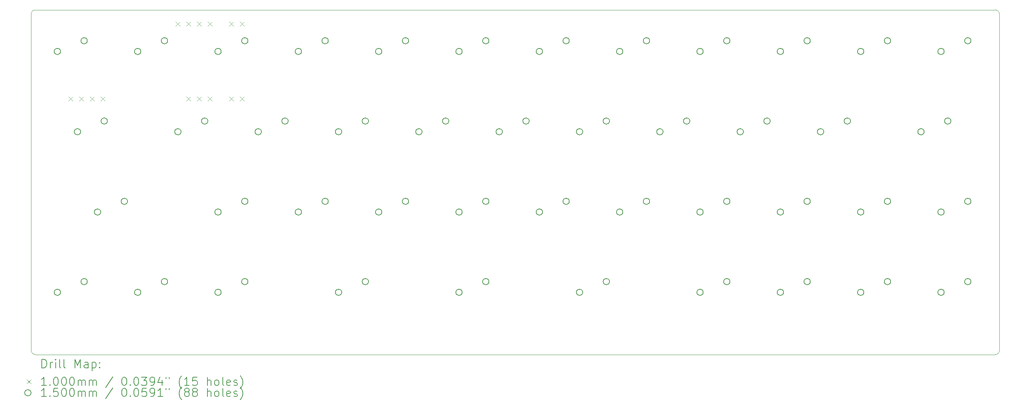
<source format=gbr>
%FSLAX45Y45*%
G04 Gerber Fmt 4.5, Leading zero omitted, Abs format (unit mm)*
G04 Created by KiCad (PCBNEW (6.0.2-0)) date 2022-06-21 21:39:33*
%MOMM*%
%LPD*%
G01*
G04 APERTURE LIST*
%TA.AperFunction,Profile*%
%ADD10C,0.050000*%
%TD*%
%ADD11C,0.200000*%
%ADD12C,0.100000*%
%ADD13C,0.150000*%
G04 APERTURE END LIST*
D10*
X9728200Y-11353800D02*
X9728200Y-19329400D01*
X9829800Y-11252200D02*
G75*
G03*
X9728200Y-11353800I0J-101600D01*
G01*
X32689800Y-11353800D02*
G75*
G03*
X32588200Y-11252200I-101600J0D01*
G01*
X9829800Y-11252200D02*
X32588200Y-11252200D01*
X32689800Y-11353800D02*
X32689800Y-19329400D01*
X32588200Y-19431000D02*
X9829800Y-19431000D01*
X32588200Y-19431000D02*
G75*
G03*
X32689800Y-19329400I0J101600D01*
G01*
X9728200Y-19329400D02*
G75*
G03*
X9829800Y-19431000I101600J0D01*
G01*
D11*
D12*
X10618000Y-13310400D02*
X10718000Y-13410400D01*
X10718000Y-13310400D02*
X10618000Y-13410400D01*
X10872000Y-13310400D02*
X10972000Y-13410400D01*
X10972000Y-13310400D02*
X10872000Y-13410400D01*
X11126000Y-13310400D02*
X11226000Y-13410400D01*
X11226000Y-13310400D02*
X11126000Y-13410400D01*
X11380000Y-13310400D02*
X11480000Y-13410400D01*
X11480000Y-13310400D02*
X11380000Y-13410400D01*
X13158000Y-11532400D02*
X13258000Y-11632400D01*
X13258000Y-11532400D02*
X13158000Y-11632400D01*
X13412000Y-11532400D02*
X13512000Y-11632400D01*
X13512000Y-11532400D02*
X13412000Y-11632400D01*
X13412000Y-13310400D02*
X13512000Y-13410400D01*
X13512000Y-13310400D02*
X13412000Y-13410400D01*
X13666000Y-11532400D02*
X13766000Y-11632400D01*
X13766000Y-11532400D02*
X13666000Y-11632400D01*
X13666000Y-13310400D02*
X13766000Y-13410400D01*
X13766000Y-13310400D02*
X13666000Y-13410400D01*
X13920000Y-11532400D02*
X14020000Y-11632400D01*
X14020000Y-11532400D02*
X13920000Y-11632400D01*
X13920000Y-13310400D02*
X14020000Y-13410400D01*
X14020000Y-13310400D02*
X13920000Y-13410400D01*
X14428000Y-11532400D02*
X14528000Y-11632400D01*
X14528000Y-11532400D02*
X14428000Y-11632400D01*
X14428000Y-13310400D02*
X14528000Y-13410400D01*
X14528000Y-13310400D02*
X14428000Y-13410400D01*
X14682000Y-11532400D02*
X14782000Y-11632400D01*
X14782000Y-11532400D02*
X14682000Y-11632400D01*
X14682000Y-13310400D02*
X14782000Y-13410400D01*
X14782000Y-13310400D02*
X14682000Y-13410400D01*
D13*
X10425500Y-12238000D02*
G75*
G03*
X10425500Y-12238000I-75000J0D01*
G01*
X10425500Y-17953000D02*
G75*
G03*
X10425500Y-17953000I-75000J0D01*
G01*
X10901750Y-14143000D02*
G75*
G03*
X10901750Y-14143000I-75000J0D01*
G01*
X11060500Y-11984000D02*
G75*
G03*
X11060500Y-11984000I-75000J0D01*
G01*
X11060500Y-17699000D02*
G75*
G03*
X11060500Y-17699000I-75000J0D01*
G01*
X11378000Y-16048000D02*
G75*
G03*
X11378000Y-16048000I-75000J0D01*
G01*
X11536750Y-13889000D02*
G75*
G03*
X11536750Y-13889000I-75000J0D01*
G01*
X12013000Y-15794000D02*
G75*
G03*
X12013000Y-15794000I-75000J0D01*
G01*
X12330500Y-12238000D02*
G75*
G03*
X12330500Y-12238000I-75000J0D01*
G01*
X12330500Y-17953000D02*
G75*
G03*
X12330500Y-17953000I-75000J0D01*
G01*
X12965500Y-11984000D02*
G75*
G03*
X12965500Y-11984000I-75000J0D01*
G01*
X12965500Y-17699000D02*
G75*
G03*
X12965500Y-17699000I-75000J0D01*
G01*
X13283000Y-14143000D02*
G75*
G03*
X13283000Y-14143000I-75000J0D01*
G01*
X13918000Y-13889000D02*
G75*
G03*
X13918000Y-13889000I-75000J0D01*
G01*
X14235500Y-12238000D02*
G75*
G03*
X14235500Y-12238000I-75000J0D01*
G01*
X14235500Y-16048000D02*
G75*
G03*
X14235500Y-16048000I-75000J0D01*
G01*
X14235500Y-17953000D02*
G75*
G03*
X14235500Y-17953000I-75000J0D01*
G01*
X14870500Y-11984000D02*
G75*
G03*
X14870500Y-11984000I-75000J0D01*
G01*
X14870500Y-15794000D02*
G75*
G03*
X14870500Y-15794000I-75000J0D01*
G01*
X14870500Y-17699000D02*
G75*
G03*
X14870500Y-17699000I-75000J0D01*
G01*
X15188000Y-14143000D02*
G75*
G03*
X15188000Y-14143000I-75000J0D01*
G01*
X15823000Y-13889000D02*
G75*
G03*
X15823000Y-13889000I-75000J0D01*
G01*
X16140500Y-12238000D02*
G75*
G03*
X16140500Y-12238000I-75000J0D01*
G01*
X16140500Y-16048000D02*
G75*
G03*
X16140500Y-16048000I-75000J0D01*
G01*
X16775500Y-11984000D02*
G75*
G03*
X16775500Y-11984000I-75000J0D01*
G01*
X16775500Y-15794000D02*
G75*
G03*
X16775500Y-15794000I-75000J0D01*
G01*
X17093000Y-14143000D02*
G75*
G03*
X17093000Y-14143000I-75000J0D01*
G01*
X17093000Y-17953000D02*
G75*
G03*
X17093000Y-17953000I-75000J0D01*
G01*
X17728000Y-13889000D02*
G75*
G03*
X17728000Y-13889000I-75000J0D01*
G01*
X17728000Y-17699000D02*
G75*
G03*
X17728000Y-17699000I-75000J0D01*
G01*
X18045500Y-12238000D02*
G75*
G03*
X18045500Y-12238000I-75000J0D01*
G01*
X18045500Y-16048000D02*
G75*
G03*
X18045500Y-16048000I-75000J0D01*
G01*
X18680500Y-11984000D02*
G75*
G03*
X18680500Y-11984000I-75000J0D01*
G01*
X18680500Y-15794000D02*
G75*
G03*
X18680500Y-15794000I-75000J0D01*
G01*
X18998000Y-14143000D02*
G75*
G03*
X18998000Y-14143000I-75000J0D01*
G01*
X19633000Y-13889000D02*
G75*
G03*
X19633000Y-13889000I-75000J0D01*
G01*
X19950500Y-12238000D02*
G75*
G03*
X19950500Y-12238000I-75000J0D01*
G01*
X19950500Y-16048000D02*
G75*
G03*
X19950500Y-16048000I-75000J0D01*
G01*
X19950500Y-17953000D02*
G75*
G03*
X19950500Y-17953000I-75000J0D01*
G01*
X20585500Y-11984000D02*
G75*
G03*
X20585500Y-11984000I-75000J0D01*
G01*
X20585500Y-15794000D02*
G75*
G03*
X20585500Y-15794000I-75000J0D01*
G01*
X20585500Y-17699000D02*
G75*
G03*
X20585500Y-17699000I-75000J0D01*
G01*
X20903000Y-14143000D02*
G75*
G03*
X20903000Y-14143000I-75000J0D01*
G01*
X21538000Y-13889000D02*
G75*
G03*
X21538000Y-13889000I-75000J0D01*
G01*
X21855500Y-12238000D02*
G75*
G03*
X21855500Y-12238000I-75000J0D01*
G01*
X21855500Y-16048000D02*
G75*
G03*
X21855500Y-16048000I-75000J0D01*
G01*
X22490500Y-11984000D02*
G75*
G03*
X22490500Y-11984000I-75000J0D01*
G01*
X22490500Y-15794000D02*
G75*
G03*
X22490500Y-15794000I-75000J0D01*
G01*
X22808000Y-14143000D02*
G75*
G03*
X22808000Y-14143000I-75000J0D01*
G01*
X22808000Y-17953000D02*
G75*
G03*
X22808000Y-17953000I-75000J0D01*
G01*
X23443000Y-13889000D02*
G75*
G03*
X23443000Y-13889000I-75000J0D01*
G01*
X23443000Y-17699000D02*
G75*
G03*
X23443000Y-17699000I-75000J0D01*
G01*
X23760500Y-12238000D02*
G75*
G03*
X23760500Y-12238000I-75000J0D01*
G01*
X23760500Y-16048000D02*
G75*
G03*
X23760500Y-16048000I-75000J0D01*
G01*
X24395500Y-11984000D02*
G75*
G03*
X24395500Y-11984000I-75000J0D01*
G01*
X24395500Y-15794000D02*
G75*
G03*
X24395500Y-15794000I-75000J0D01*
G01*
X24713000Y-14143000D02*
G75*
G03*
X24713000Y-14143000I-75000J0D01*
G01*
X25348000Y-13889000D02*
G75*
G03*
X25348000Y-13889000I-75000J0D01*
G01*
X25665500Y-12238000D02*
G75*
G03*
X25665500Y-12238000I-75000J0D01*
G01*
X25665500Y-16048000D02*
G75*
G03*
X25665500Y-16048000I-75000J0D01*
G01*
X25665500Y-17953000D02*
G75*
G03*
X25665500Y-17953000I-75000J0D01*
G01*
X26300500Y-11984000D02*
G75*
G03*
X26300500Y-11984000I-75000J0D01*
G01*
X26300500Y-15794000D02*
G75*
G03*
X26300500Y-15794000I-75000J0D01*
G01*
X26300500Y-17699000D02*
G75*
G03*
X26300500Y-17699000I-75000J0D01*
G01*
X26618000Y-14143000D02*
G75*
G03*
X26618000Y-14143000I-75000J0D01*
G01*
X27253000Y-13889000D02*
G75*
G03*
X27253000Y-13889000I-75000J0D01*
G01*
X27570500Y-12238000D02*
G75*
G03*
X27570500Y-12238000I-75000J0D01*
G01*
X27570500Y-16048000D02*
G75*
G03*
X27570500Y-16048000I-75000J0D01*
G01*
X27570500Y-17953000D02*
G75*
G03*
X27570500Y-17953000I-75000J0D01*
G01*
X28205500Y-11984000D02*
G75*
G03*
X28205500Y-11984000I-75000J0D01*
G01*
X28205500Y-15794000D02*
G75*
G03*
X28205500Y-15794000I-75000J0D01*
G01*
X28205500Y-17699000D02*
G75*
G03*
X28205500Y-17699000I-75000J0D01*
G01*
X28523000Y-14143000D02*
G75*
G03*
X28523000Y-14143000I-75000J0D01*
G01*
X29158000Y-13889000D02*
G75*
G03*
X29158000Y-13889000I-75000J0D01*
G01*
X29475500Y-12238000D02*
G75*
G03*
X29475500Y-12238000I-75000J0D01*
G01*
X29475500Y-16048000D02*
G75*
G03*
X29475500Y-16048000I-75000J0D01*
G01*
X29475500Y-17953000D02*
G75*
G03*
X29475500Y-17953000I-75000J0D01*
G01*
X30110500Y-11984000D02*
G75*
G03*
X30110500Y-11984000I-75000J0D01*
G01*
X30110500Y-15794000D02*
G75*
G03*
X30110500Y-15794000I-75000J0D01*
G01*
X30110500Y-17699000D02*
G75*
G03*
X30110500Y-17699000I-75000J0D01*
G01*
X30904250Y-14143000D02*
G75*
G03*
X30904250Y-14143000I-75000J0D01*
G01*
X31380500Y-12238000D02*
G75*
G03*
X31380500Y-12238000I-75000J0D01*
G01*
X31380500Y-16048000D02*
G75*
G03*
X31380500Y-16048000I-75000J0D01*
G01*
X31380500Y-17953000D02*
G75*
G03*
X31380500Y-17953000I-75000J0D01*
G01*
X31539250Y-13889000D02*
G75*
G03*
X31539250Y-13889000I-75000J0D01*
G01*
X32015500Y-11984000D02*
G75*
G03*
X32015500Y-11984000I-75000J0D01*
G01*
X32015500Y-15794000D02*
G75*
G03*
X32015500Y-15794000I-75000J0D01*
G01*
X32015500Y-17699000D02*
G75*
G03*
X32015500Y-17699000I-75000J0D01*
G01*
D11*
X9983319Y-19743976D02*
X9983319Y-19543976D01*
X10030938Y-19543976D01*
X10059510Y-19553500D01*
X10078557Y-19572548D01*
X10088081Y-19591595D01*
X10097605Y-19629690D01*
X10097605Y-19658262D01*
X10088081Y-19696357D01*
X10078557Y-19715405D01*
X10059510Y-19734452D01*
X10030938Y-19743976D01*
X9983319Y-19743976D01*
X10183319Y-19743976D02*
X10183319Y-19610643D01*
X10183319Y-19648738D02*
X10192843Y-19629690D01*
X10202367Y-19620167D01*
X10221414Y-19610643D01*
X10240462Y-19610643D01*
X10307129Y-19743976D02*
X10307129Y-19610643D01*
X10307129Y-19543976D02*
X10297605Y-19553500D01*
X10307129Y-19563024D01*
X10316652Y-19553500D01*
X10307129Y-19543976D01*
X10307129Y-19563024D01*
X10430938Y-19743976D02*
X10411890Y-19734452D01*
X10402367Y-19715405D01*
X10402367Y-19543976D01*
X10535700Y-19743976D02*
X10516652Y-19734452D01*
X10507129Y-19715405D01*
X10507129Y-19543976D01*
X10764271Y-19743976D02*
X10764271Y-19543976D01*
X10830938Y-19686833D01*
X10897605Y-19543976D01*
X10897605Y-19743976D01*
X11078557Y-19743976D02*
X11078557Y-19639214D01*
X11069033Y-19620167D01*
X11049986Y-19610643D01*
X11011890Y-19610643D01*
X10992843Y-19620167D01*
X11078557Y-19734452D02*
X11059510Y-19743976D01*
X11011890Y-19743976D01*
X10992843Y-19734452D01*
X10983319Y-19715405D01*
X10983319Y-19696357D01*
X10992843Y-19677310D01*
X11011890Y-19667786D01*
X11059510Y-19667786D01*
X11078557Y-19658262D01*
X11173795Y-19610643D02*
X11173795Y-19810643D01*
X11173795Y-19620167D02*
X11192843Y-19610643D01*
X11230938Y-19610643D01*
X11249986Y-19620167D01*
X11259509Y-19629690D01*
X11269033Y-19648738D01*
X11269033Y-19705881D01*
X11259509Y-19724929D01*
X11249986Y-19734452D01*
X11230938Y-19743976D01*
X11192843Y-19743976D01*
X11173795Y-19734452D01*
X11354748Y-19724929D02*
X11364271Y-19734452D01*
X11354748Y-19743976D01*
X11345224Y-19734452D01*
X11354748Y-19724929D01*
X11354748Y-19743976D01*
X11354748Y-19620167D02*
X11364271Y-19629690D01*
X11354748Y-19639214D01*
X11345224Y-19629690D01*
X11354748Y-19620167D01*
X11354748Y-19639214D01*
D12*
X9625700Y-20023500D02*
X9725700Y-20123500D01*
X9725700Y-20023500D02*
X9625700Y-20123500D01*
D11*
X10088081Y-20163976D02*
X9973795Y-20163976D01*
X10030938Y-20163976D02*
X10030938Y-19963976D01*
X10011890Y-19992548D01*
X9992843Y-20011595D01*
X9973795Y-20021119D01*
X10173795Y-20144929D02*
X10183319Y-20154452D01*
X10173795Y-20163976D01*
X10164271Y-20154452D01*
X10173795Y-20144929D01*
X10173795Y-20163976D01*
X10307129Y-19963976D02*
X10326176Y-19963976D01*
X10345224Y-19973500D01*
X10354748Y-19983024D01*
X10364271Y-20002071D01*
X10373795Y-20040167D01*
X10373795Y-20087786D01*
X10364271Y-20125881D01*
X10354748Y-20144929D01*
X10345224Y-20154452D01*
X10326176Y-20163976D01*
X10307129Y-20163976D01*
X10288081Y-20154452D01*
X10278557Y-20144929D01*
X10269033Y-20125881D01*
X10259510Y-20087786D01*
X10259510Y-20040167D01*
X10269033Y-20002071D01*
X10278557Y-19983024D01*
X10288081Y-19973500D01*
X10307129Y-19963976D01*
X10497605Y-19963976D02*
X10516652Y-19963976D01*
X10535700Y-19973500D01*
X10545224Y-19983024D01*
X10554748Y-20002071D01*
X10564271Y-20040167D01*
X10564271Y-20087786D01*
X10554748Y-20125881D01*
X10545224Y-20144929D01*
X10535700Y-20154452D01*
X10516652Y-20163976D01*
X10497605Y-20163976D01*
X10478557Y-20154452D01*
X10469033Y-20144929D01*
X10459510Y-20125881D01*
X10449986Y-20087786D01*
X10449986Y-20040167D01*
X10459510Y-20002071D01*
X10469033Y-19983024D01*
X10478557Y-19973500D01*
X10497605Y-19963976D01*
X10688081Y-19963976D02*
X10707129Y-19963976D01*
X10726176Y-19973500D01*
X10735700Y-19983024D01*
X10745224Y-20002071D01*
X10754748Y-20040167D01*
X10754748Y-20087786D01*
X10745224Y-20125881D01*
X10735700Y-20144929D01*
X10726176Y-20154452D01*
X10707129Y-20163976D01*
X10688081Y-20163976D01*
X10669033Y-20154452D01*
X10659510Y-20144929D01*
X10649986Y-20125881D01*
X10640462Y-20087786D01*
X10640462Y-20040167D01*
X10649986Y-20002071D01*
X10659510Y-19983024D01*
X10669033Y-19973500D01*
X10688081Y-19963976D01*
X10840462Y-20163976D02*
X10840462Y-20030643D01*
X10840462Y-20049690D02*
X10849986Y-20040167D01*
X10869033Y-20030643D01*
X10897605Y-20030643D01*
X10916652Y-20040167D01*
X10926176Y-20059214D01*
X10926176Y-20163976D01*
X10926176Y-20059214D02*
X10935700Y-20040167D01*
X10954748Y-20030643D01*
X10983319Y-20030643D01*
X11002367Y-20040167D01*
X11011890Y-20059214D01*
X11011890Y-20163976D01*
X11107129Y-20163976D02*
X11107129Y-20030643D01*
X11107129Y-20049690D02*
X11116652Y-20040167D01*
X11135700Y-20030643D01*
X11164271Y-20030643D01*
X11183319Y-20040167D01*
X11192843Y-20059214D01*
X11192843Y-20163976D01*
X11192843Y-20059214D02*
X11202367Y-20040167D01*
X11221414Y-20030643D01*
X11249986Y-20030643D01*
X11269033Y-20040167D01*
X11278557Y-20059214D01*
X11278557Y-20163976D01*
X11669033Y-19954452D02*
X11497605Y-20211595D01*
X11926176Y-19963976D02*
X11945224Y-19963976D01*
X11964271Y-19973500D01*
X11973795Y-19983024D01*
X11983319Y-20002071D01*
X11992843Y-20040167D01*
X11992843Y-20087786D01*
X11983319Y-20125881D01*
X11973795Y-20144929D01*
X11964271Y-20154452D01*
X11945224Y-20163976D01*
X11926176Y-20163976D01*
X11907128Y-20154452D01*
X11897605Y-20144929D01*
X11888081Y-20125881D01*
X11878557Y-20087786D01*
X11878557Y-20040167D01*
X11888081Y-20002071D01*
X11897605Y-19983024D01*
X11907128Y-19973500D01*
X11926176Y-19963976D01*
X12078557Y-20144929D02*
X12088081Y-20154452D01*
X12078557Y-20163976D01*
X12069033Y-20154452D01*
X12078557Y-20144929D01*
X12078557Y-20163976D01*
X12211890Y-19963976D02*
X12230938Y-19963976D01*
X12249986Y-19973500D01*
X12259509Y-19983024D01*
X12269033Y-20002071D01*
X12278557Y-20040167D01*
X12278557Y-20087786D01*
X12269033Y-20125881D01*
X12259509Y-20144929D01*
X12249986Y-20154452D01*
X12230938Y-20163976D01*
X12211890Y-20163976D01*
X12192843Y-20154452D01*
X12183319Y-20144929D01*
X12173795Y-20125881D01*
X12164271Y-20087786D01*
X12164271Y-20040167D01*
X12173795Y-20002071D01*
X12183319Y-19983024D01*
X12192843Y-19973500D01*
X12211890Y-19963976D01*
X12345224Y-19963976D02*
X12469033Y-19963976D01*
X12402367Y-20040167D01*
X12430938Y-20040167D01*
X12449986Y-20049690D01*
X12459509Y-20059214D01*
X12469033Y-20078262D01*
X12469033Y-20125881D01*
X12459509Y-20144929D01*
X12449986Y-20154452D01*
X12430938Y-20163976D01*
X12373795Y-20163976D01*
X12354748Y-20154452D01*
X12345224Y-20144929D01*
X12564271Y-20163976D02*
X12602367Y-20163976D01*
X12621414Y-20154452D01*
X12630938Y-20144929D01*
X12649986Y-20116357D01*
X12659509Y-20078262D01*
X12659509Y-20002071D01*
X12649986Y-19983024D01*
X12640462Y-19973500D01*
X12621414Y-19963976D01*
X12583319Y-19963976D01*
X12564271Y-19973500D01*
X12554748Y-19983024D01*
X12545224Y-20002071D01*
X12545224Y-20049690D01*
X12554748Y-20068738D01*
X12564271Y-20078262D01*
X12583319Y-20087786D01*
X12621414Y-20087786D01*
X12640462Y-20078262D01*
X12649986Y-20068738D01*
X12659509Y-20049690D01*
X12830938Y-20030643D02*
X12830938Y-20163976D01*
X12783319Y-19954452D02*
X12735700Y-20097310D01*
X12859509Y-20097310D01*
X12926176Y-19963976D02*
X12926176Y-20002071D01*
X13002367Y-19963976D02*
X13002367Y-20002071D01*
X13297605Y-20240167D02*
X13288081Y-20230643D01*
X13269033Y-20202071D01*
X13259509Y-20183024D01*
X13249986Y-20154452D01*
X13240462Y-20106833D01*
X13240462Y-20068738D01*
X13249986Y-20021119D01*
X13259509Y-19992548D01*
X13269033Y-19973500D01*
X13288081Y-19944929D01*
X13297605Y-19935405D01*
X13478557Y-20163976D02*
X13364271Y-20163976D01*
X13421414Y-20163976D02*
X13421414Y-19963976D01*
X13402367Y-19992548D01*
X13383319Y-20011595D01*
X13364271Y-20021119D01*
X13659509Y-19963976D02*
X13564271Y-19963976D01*
X13554748Y-20059214D01*
X13564271Y-20049690D01*
X13583319Y-20040167D01*
X13630938Y-20040167D01*
X13649986Y-20049690D01*
X13659509Y-20059214D01*
X13669033Y-20078262D01*
X13669033Y-20125881D01*
X13659509Y-20144929D01*
X13649986Y-20154452D01*
X13630938Y-20163976D01*
X13583319Y-20163976D01*
X13564271Y-20154452D01*
X13554748Y-20144929D01*
X13907128Y-20163976D02*
X13907128Y-19963976D01*
X13992843Y-20163976D02*
X13992843Y-20059214D01*
X13983319Y-20040167D01*
X13964271Y-20030643D01*
X13935700Y-20030643D01*
X13916652Y-20040167D01*
X13907128Y-20049690D01*
X14116652Y-20163976D02*
X14097605Y-20154452D01*
X14088081Y-20144929D01*
X14078557Y-20125881D01*
X14078557Y-20068738D01*
X14088081Y-20049690D01*
X14097605Y-20040167D01*
X14116652Y-20030643D01*
X14145224Y-20030643D01*
X14164271Y-20040167D01*
X14173795Y-20049690D01*
X14183319Y-20068738D01*
X14183319Y-20125881D01*
X14173795Y-20144929D01*
X14164271Y-20154452D01*
X14145224Y-20163976D01*
X14116652Y-20163976D01*
X14297605Y-20163976D02*
X14278557Y-20154452D01*
X14269033Y-20135405D01*
X14269033Y-19963976D01*
X14449986Y-20154452D02*
X14430938Y-20163976D01*
X14392843Y-20163976D01*
X14373795Y-20154452D01*
X14364271Y-20135405D01*
X14364271Y-20059214D01*
X14373795Y-20040167D01*
X14392843Y-20030643D01*
X14430938Y-20030643D01*
X14449986Y-20040167D01*
X14459509Y-20059214D01*
X14459509Y-20078262D01*
X14364271Y-20097310D01*
X14535700Y-20154452D02*
X14554748Y-20163976D01*
X14592843Y-20163976D01*
X14611890Y-20154452D01*
X14621414Y-20135405D01*
X14621414Y-20125881D01*
X14611890Y-20106833D01*
X14592843Y-20097310D01*
X14564271Y-20097310D01*
X14545224Y-20087786D01*
X14535700Y-20068738D01*
X14535700Y-20059214D01*
X14545224Y-20040167D01*
X14564271Y-20030643D01*
X14592843Y-20030643D01*
X14611890Y-20040167D01*
X14688081Y-20240167D02*
X14697605Y-20230643D01*
X14716652Y-20202071D01*
X14726176Y-20183024D01*
X14735700Y-20154452D01*
X14745224Y-20106833D01*
X14745224Y-20068738D01*
X14735700Y-20021119D01*
X14726176Y-19992548D01*
X14716652Y-19973500D01*
X14697605Y-19944929D01*
X14688081Y-19935405D01*
D13*
X9725700Y-20337500D02*
G75*
G03*
X9725700Y-20337500I-75000J0D01*
G01*
D11*
X10088081Y-20427976D02*
X9973795Y-20427976D01*
X10030938Y-20427976D02*
X10030938Y-20227976D01*
X10011890Y-20256548D01*
X9992843Y-20275595D01*
X9973795Y-20285119D01*
X10173795Y-20408929D02*
X10183319Y-20418452D01*
X10173795Y-20427976D01*
X10164271Y-20418452D01*
X10173795Y-20408929D01*
X10173795Y-20427976D01*
X10364271Y-20227976D02*
X10269033Y-20227976D01*
X10259510Y-20323214D01*
X10269033Y-20313690D01*
X10288081Y-20304167D01*
X10335700Y-20304167D01*
X10354748Y-20313690D01*
X10364271Y-20323214D01*
X10373795Y-20342262D01*
X10373795Y-20389881D01*
X10364271Y-20408929D01*
X10354748Y-20418452D01*
X10335700Y-20427976D01*
X10288081Y-20427976D01*
X10269033Y-20418452D01*
X10259510Y-20408929D01*
X10497605Y-20227976D02*
X10516652Y-20227976D01*
X10535700Y-20237500D01*
X10545224Y-20247024D01*
X10554748Y-20266071D01*
X10564271Y-20304167D01*
X10564271Y-20351786D01*
X10554748Y-20389881D01*
X10545224Y-20408929D01*
X10535700Y-20418452D01*
X10516652Y-20427976D01*
X10497605Y-20427976D01*
X10478557Y-20418452D01*
X10469033Y-20408929D01*
X10459510Y-20389881D01*
X10449986Y-20351786D01*
X10449986Y-20304167D01*
X10459510Y-20266071D01*
X10469033Y-20247024D01*
X10478557Y-20237500D01*
X10497605Y-20227976D01*
X10688081Y-20227976D02*
X10707129Y-20227976D01*
X10726176Y-20237500D01*
X10735700Y-20247024D01*
X10745224Y-20266071D01*
X10754748Y-20304167D01*
X10754748Y-20351786D01*
X10745224Y-20389881D01*
X10735700Y-20408929D01*
X10726176Y-20418452D01*
X10707129Y-20427976D01*
X10688081Y-20427976D01*
X10669033Y-20418452D01*
X10659510Y-20408929D01*
X10649986Y-20389881D01*
X10640462Y-20351786D01*
X10640462Y-20304167D01*
X10649986Y-20266071D01*
X10659510Y-20247024D01*
X10669033Y-20237500D01*
X10688081Y-20227976D01*
X10840462Y-20427976D02*
X10840462Y-20294643D01*
X10840462Y-20313690D02*
X10849986Y-20304167D01*
X10869033Y-20294643D01*
X10897605Y-20294643D01*
X10916652Y-20304167D01*
X10926176Y-20323214D01*
X10926176Y-20427976D01*
X10926176Y-20323214D02*
X10935700Y-20304167D01*
X10954748Y-20294643D01*
X10983319Y-20294643D01*
X11002367Y-20304167D01*
X11011890Y-20323214D01*
X11011890Y-20427976D01*
X11107129Y-20427976D02*
X11107129Y-20294643D01*
X11107129Y-20313690D02*
X11116652Y-20304167D01*
X11135700Y-20294643D01*
X11164271Y-20294643D01*
X11183319Y-20304167D01*
X11192843Y-20323214D01*
X11192843Y-20427976D01*
X11192843Y-20323214D02*
X11202367Y-20304167D01*
X11221414Y-20294643D01*
X11249986Y-20294643D01*
X11269033Y-20304167D01*
X11278557Y-20323214D01*
X11278557Y-20427976D01*
X11669033Y-20218452D02*
X11497605Y-20475595D01*
X11926176Y-20227976D02*
X11945224Y-20227976D01*
X11964271Y-20237500D01*
X11973795Y-20247024D01*
X11983319Y-20266071D01*
X11992843Y-20304167D01*
X11992843Y-20351786D01*
X11983319Y-20389881D01*
X11973795Y-20408929D01*
X11964271Y-20418452D01*
X11945224Y-20427976D01*
X11926176Y-20427976D01*
X11907128Y-20418452D01*
X11897605Y-20408929D01*
X11888081Y-20389881D01*
X11878557Y-20351786D01*
X11878557Y-20304167D01*
X11888081Y-20266071D01*
X11897605Y-20247024D01*
X11907128Y-20237500D01*
X11926176Y-20227976D01*
X12078557Y-20408929D02*
X12088081Y-20418452D01*
X12078557Y-20427976D01*
X12069033Y-20418452D01*
X12078557Y-20408929D01*
X12078557Y-20427976D01*
X12211890Y-20227976D02*
X12230938Y-20227976D01*
X12249986Y-20237500D01*
X12259509Y-20247024D01*
X12269033Y-20266071D01*
X12278557Y-20304167D01*
X12278557Y-20351786D01*
X12269033Y-20389881D01*
X12259509Y-20408929D01*
X12249986Y-20418452D01*
X12230938Y-20427976D01*
X12211890Y-20427976D01*
X12192843Y-20418452D01*
X12183319Y-20408929D01*
X12173795Y-20389881D01*
X12164271Y-20351786D01*
X12164271Y-20304167D01*
X12173795Y-20266071D01*
X12183319Y-20247024D01*
X12192843Y-20237500D01*
X12211890Y-20227976D01*
X12459509Y-20227976D02*
X12364271Y-20227976D01*
X12354748Y-20323214D01*
X12364271Y-20313690D01*
X12383319Y-20304167D01*
X12430938Y-20304167D01*
X12449986Y-20313690D01*
X12459509Y-20323214D01*
X12469033Y-20342262D01*
X12469033Y-20389881D01*
X12459509Y-20408929D01*
X12449986Y-20418452D01*
X12430938Y-20427976D01*
X12383319Y-20427976D01*
X12364271Y-20418452D01*
X12354748Y-20408929D01*
X12564271Y-20427976D02*
X12602367Y-20427976D01*
X12621414Y-20418452D01*
X12630938Y-20408929D01*
X12649986Y-20380357D01*
X12659509Y-20342262D01*
X12659509Y-20266071D01*
X12649986Y-20247024D01*
X12640462Y-20237500D01*
X12621414Y-20227976D01*
X12583319Y-20227976D01*
X12564271Y-20237500D01*
X12554748Y-20247024D01*
X12545224Y-20266071D01*
X12545224Y-20313690D01*
X12554748Y-20332738D01*
X12564271Y-20342262D01*
X12583319Y-20351786D01*
X12621414Y-20351786D01*
X12640462Y-20342262D01*
X12649986Y-20332738D01*
X12659509Y-20313690D01*
X12849986Y-20427976D02*
X12735700Y-20427976D01*
X12792843Y-20427976D02*
X12792843Y-20227976D01*
X12773795Y-20256548D01*
X12754748Y-20275595D01*
X12735700Y-20285119D01*
X12926176Y-20227976D02*
X12926176Y-20266071D01*
X13002367Y-20227976D02*
X13002367Y-20266071D01*
X13297605Y-20504167D02*
X13288081Y-20494643D01*
X13269033Y-20466071D01*
X13259509Y-20447024D01*
X13249986Y-20418452D01*
X13240462Y-20370833D01*
X13240462Y-20332738D01*
X13249986Y-20285119D01*
X13259509Y-20256548D01*
X13269033Y-20237500D01*
X13288081Y-20208929D01*
X13297605Y-20199405D01*
X13402367Y-20313690D02*
X13383319Y-20304167D01*
X13373795Y-20294643D01*
X13364271Y-20275595D01*
X13364271Y-20266071D01*
X13373795Y-20247024D01*
X13383319Y-20237500D01*
X13402367Y-20227976D01*
X13440462Y-20227976D01*
X13459509Y-20237500D01*
X13469033Y-20247024D01*
X13478557Y-20266071D01*
X13478557Y-20275595D01*
X13469033Y-20294643D01*
X13459509Y-20304167D01*
X13440462Y-20313690D01*
X13402367Y-20313690D01*
X13383319Y-20323214D01*
X13373795Y-20332738D01*
X13364271Y-20351786D01*
X13364271Y-20389881D01*
X13373795Y-20408929D01*
X13383319Y-20418452D01*
X13402367Y-20427976D01*
X13440462Y-20427976D01*
X13459509Y-20418452D01*
X13469033Y-20408929D01*
X13478557Y-20389881D01*
X13478557Y-20351786D01*
X13469033Y-20332738D01*
X13459509Y-20323214D01*
X13440462Y-20313690D01*
X13592843Y-20313690D02*
X13573795Y-20304167D01*
X13564271Y-20294643D01*
X13554748Y-20275595D01*
X13554748Y-20266071D01*
X13564271Y-20247024D01*
X13573795Y-20237500D01*
X13592843Y-20227976D01*
X13630938Y-20227976D01*
X13649986Y-20237500D01*
X13659509Y-20247024D01*
X13669033Y-20266071D01*
X13669033Y-20275595D01*
X13659509Y-20294643D01*
X13649986Y-20304167D01*
X13630938Y-20313690D01*
X13592843Y-20313690D01*
X13573795Y-20323214D01*
X13564271Y-20332738D01*
X13554748Y-20351786D01*
X13554748Y-20389881D01*
X13564271Y-20408929D01*
X13573795Y-20418452D01*
X13592843Y-20427976D01*
X13630938Y-20427976D01*
X13649986Y-20418452D01*
X13659509Y-20408929D01*
X13669033Y-20389881D01*
X13669033Y-20351786D01*
X13659509Y-20332738D01*
X13649986Y-20323214D01*
X13630938Y-20313690D01*
X13907128Y-20427976D02*
X13907128Y-20227976D01*
X13992843Y-20427976D02*
X13992843Y-20323214D01*
X13983319Y-20304167D01*
X13964271Y-20294643D01*
X13935700Y-20294643D01*
X13916652Y-20304167D01*
X13907128Y-20313690D01*
X14116652Y-20427976D02*
X14097605Y-20418452D01*
X14088081Y-20408929D01*
X14078557Y-20389881D01*
X14078557Y-20332738D01*
X14088081Y-20313690D01*
X14097605Y-20304167D01*
X14116652Y-20294643D01*
X14145224Y-20294643D01*
X14164271Y-20304167D01*
X14173795Y-20313690D01*
X14183319Y-20332738D01*
X14183319Y-20389881D01*
X14173795Y-20408929D01*
X14164271Y-20418452D01*
X14145224Y-20427976D01*
X14116652Y-20427976D01*
X14297605Y-20427976D02*
X14278557Y-20418452D01*
X14269033Y-20399405D01*
X14269033Y-20227976D01*
X14449986Y-20418452D02*
X14430938Y-20427976D01*
X14392843Y-20427976D01*
X14373795Y-20418452D01*
X14364271Y-20399405D01*
X14364271Y-20323214D01*
X14373795Y-20304167D01*
X14392843Y-20294643D01*
X14430938Y-20294643D01*
X14449986Y-20304167D01*
X14459509Y-20323214D01*
X14459509Y-20342262D01*
X14364271Y-20361310D01*
X14535700Y-20418452D02*
X14554748Y-20427976D01*
X14592843Y-20427976D01*
X14611890Y-20418452D01*
X14621414Y-20399405D01*
X14621414Y-20389881D01*
X14611890Y-20370833D01*
X14592843Y-20361310D01*
X14564271Y-20361310D01*
X14545224Y-20351786D01*
X14535700Y-20332738D01*
X14535700Y-20323214D01*
X14545224Y-20304167D01*
X14564271Y-20294643D01*
X14592843Y-20294643D01*
X14611890Y-20304167D01*
X14688081Y-20504167D02*
X14697605Y-20494643D01*
X14716652Y-20466071D01*
X14726176Y-20447024D01*
X14735700Y-20418452D01*
X14745224Y-20370833D01*
X14745224Y-20332738D01*
X14735700Y-20285119D01*
X14726176Y-20256548D01*
X14716652Y-20237500D01*
X14697605Y-20208929D01*
X14688081Y-20199405D01*
M02*

</source>
